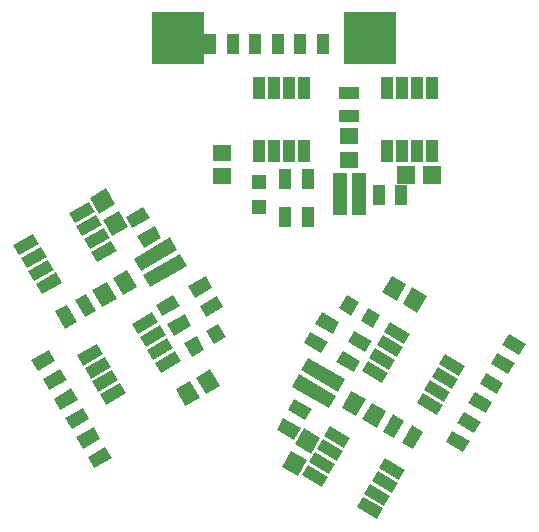
<source format=gbr>
G04 #@! TF.FileFunction,Soldermask,Top*
%FSLAX46Y46*%
G04 Gerber Fmt 4.6, Leading zero omitted, Abs format (unit mm)*
G04 Created by KiCad (PCBNEW 4.0.6) date 03/19/17 23:09:47*
%MOMM*%
%LPD*%
G01*
G04 APERTURE LIST*
%ADD10C,0.100000*%
%ADD11R,4.400000X4.400000*%
%ADD12R,1.000000X1.950000*%
%ADD13R,1.650000X1.400000*%
%ADD14R,1.100000X1.700000*%
%ADD15R,1.700000X1.100000*%
%ADD16R,1.600000X1.600000*%
%ADD17R,1.200000X3.600000*%
%ADD18R,1.300000X1.200000*%
G04 APERTURE END LIST*
D10*
D11*
X8128000Y20701000D03*
D10*
G36*
X-16162175Y-7019172D02*
X-16662175Y-6153146D01*
X-14973425Y-5178146D01*
X-14473425Y-6044172D01*
X-16162175Y-7019172D01*
X-16162175Y-7019172D01*
G37*
G36*
X-15527175Y-8119024D02*
X-16027175Y-7252998D01*
X-14338425Y-6277998D01*
X-13838425Y-7144024D01*
X-15527175Y-8119024D01*
X-15527175Y-8119024D01*
G37*
G36*
X-14892175Y-9218876D02*
X-15392175Y-8352850D01*
X-13703425Y-7377850D01*
X-13203425Y-8243876D01*
X-14892175Y-9218876D01*
X-14892175Y-9218876D01*
G37*
G36*
X-14257175Y-10318728D02*
X-14757175Y-9452702D01*
X-13068425Y-8477702D01*
X-12568425Y-9343728D01*
X-14257175Y-10318728D01*
X-14257175Y-10318728D01*
G37*
G36*
X-9580637Y-7618728D02*
X-10080637Y-6752702D01*
X-8391887Y-5777702D01*
X-7891887Y-6643728D01*
X-9580637Y-7618728D01*
X-9580637Y-7618728D01*
G37*
G36*
X-10215637Y-6518876D02*
X-10715637Y-5652850D01*
X-9026887Y-4677850D01*
X-8526887Y-5543876D01*
X-10215637Y-6518876D01*
X-10215637Y-6518876D01*
G37*
G36*
X-10850637Y-5419024D02*
X-11350637Y-4552998D01*
X-9661887Y-3577998D01*
X-9161887Y-4444024D01*
X-10850637Y-5419024D01*
X-10850637Y-5419024D01*
G37*
G36*
X-11485637Y-4319172D02*
X-11985637Y-3453146D01*
X-10296887Y-2478146D01*
X-9796887Y-3344172D01*
X-11485637Y-4319172D01*
X-11485637Y-4319172D01*
G37*
G36*
X14290489Y-10311501D02*
X13790489Y-11177527D01*
X12101739Y-10202527D01*
X12601739Y-9336501D01*
X14290489Y-10311501D01*
X14290489Y-10311501D01*
G37*
G36*
X14925489Y-9211649D02*
X14425489Y-10077675D01*
X12736739Y-9102675D01*
X13236739Y-8236649D01*
X14925489Y-9211649D01*
X14925489Y-9211649D01*
G37*
G36*
X15560489Y-8111797D02*
X15060489Y-8977823D01*
X13371739Y-8002823D01*
X13871739Y-7136797D01*
X15560489Y-8111797D01*
X15560489Y-8111797D01*
G37*
G36*
X16195489Y-7011945D02*
X15695489Y-7877971D01*
X14006739Y-6902971D01*
X14506739Y-6036945D01*
X16195489Y-7011945D01*
X16195489Y-7011945D01*
G37*
G36*
X11518951Y-4311945D02*
X11018951Y-5177971D01*
X9330201Y-4202971D01*
X9830201Y-3336945D01*
X11518951Y-4311945D01*
X11518951Y-4311945D01*
G37*
G36*
X10883951Y-5411797D02*
X10383951Y-6277823D01*
X8695201Y-5302823D01*
X9195201Y-4436797D01*
X10883951Y-5411797D01*
X10883951Y-5411797D01*
G37*
G36*
X10248951Y-6511649D02*
X9748951Y-7377675D01*
X8060201Y-6402675D01*
X8560201Y-5536649D01*
X10248951Y-6511649D01*
X10248951Y-6511649D01*
G37*
G36*
X9613951Y-7611501D02*
X9113951Y-8477527D01*
X7425201Y-7502527D01*
X7925201Y-6636501D01*
X9613951Y-7611501D01*
X9613951Y-7611501D01*
G37*
G36*
X9210489Y-19110319D02*
X8710489Y-19976345D01*
X7021739Y-19001345D01*
X7521739Y-18135319D01*
X9210489Y-19110319D01*
X9210489Y-19110319D01*
G37*
G36*
X9845489Y-18010467D02*
X9345489Y-18876493D01*
X7656739Y-17901493D01*
X8156739Y-17035467D01*
X9845489Y-18010467D01*
X9845489Y-18010467D01*
G37*
G36*
X10480489Y-16910615D02*
X9980489Y-17776641D01*
X8291739Y-16801641D01*
X8791739Y-15935615D01*
X10480489Y-16910615D01*
X10480489Y-16910615D01*
G37*
G36*
X11115489Y-15810763D02*
X10615489Y-16676789D01*
X8926739Y-15701789D01*
X9426739Y-14835763D01*
X11115489Y-15810763D01*
X11115489Y-15810763D01*
G37*
G36*
X6438951Y-13110763D02*
X5938951Y-13976789D01*
X4250201Y-13001789D01*
X4750201Y-12135763D01*
X6438951Y-13110763D01*
X6438951Y-13110763D01*
G37*
G36*
X5803951Y-14210615D02*
X5303951Y-15076641D01*
X3615201Y-14101641D01*
X4115201Y-13235615D01*
X5803951Y-14210615D01*
X5803951Y-14210615D01*
G37*
G36*
X5168951Y-15310467D02*
X4668951Y-16176493D01*
X2980201Y-15201493D01*
X3480201Y-14335467D01*
X5168951Y-15310467D01*
X5168951Y-15310467D01*
G37*
G36*
X4533951Y-16410319D02*
X4033951Y-17276345D01*
X2345201Y-16301345D01*
X2845201Y-15435319D01*
X4533951Y-16410319D01*
X4533951Y-16410319D01*
G37*
D12*
X2554900Y16527446D03*
X1284900Y16527446D03*
X14900Y16527446D03*
X-1255100Y16527446D03*
X-1255100Y11127446D03*
X14900Y11127446D03*
X1284900Y11127446D03*
X2554900Y11127446D03*
D10*
G36*
X-21559673Y2329571D02*
X-22059673Y3195597D01*
X-20370923Y4170597D01*
X-19870923Y3304571D01*
X-21559673Y2329571D01*
X-21559673Y2329571D01*
G37*
G36*
X-20924673Y1229719D02*
X-21424673Y2095745D01*
X-19735923Y3070745D01*
X-19235923Y2204719D01*
X-20924673Y1229719D01*
X-20924673Y1229719D01*
G37*
G36*
X-20289673Y129867D02*
X-20789673Y995893D01*
X-19100923Y1970893D01*
X-18600923Y1104867D01*
X-20289673Y129867D01*
X-20289673Y129867D01*
G37*
G36*
X-19654673Y-969985D02*
X-20154673Y-103959D01*
X-18465923Y871041D01*
X-17965923Y5015D01*
X-19654673Y-969985D01*
X-19654673Y-969985D01*
G37*
G36*
X-14978135Y1730015D02*
X-15478135Y2596041D01*
X-13789385Y3571041D01*
X-13289385Y2705015D01*
X-14978135Y1730015D01*
X-14978135Y1730015D01*
G37*
G36*
X-15613135Y2829867D02*
X-16113135Y3695893D01*
X-14424385Y4670893D01*
X-13924385Y3804867D01*
X-15613135Y2829867D01*
X-15613135Y2829867D01*
G37*
G36*
X-16248135Y3929719D02*
X-16748135Y4795745D01*
X-15059385Y5770745D01*
X-14559385Y4904719D01*
X-16248135Y3929719D01*
X-16248135Y3929719D01*
G37*
G36*
X-16883135Y5029571D02*
X-17383135Y5895597D01*
X-15694385Y6870597D01*
X-15194385Y6004571D01*
X-16883135Y5029571D01*
X-16883135Y5029571D01*
G37*
D12*
X13349899Y16527447D03*
X12079899Y16527447D03*
X10809899Y16527447D03*
X9539899Y16527447D03*
X9539899Y11127447D03*
X10809899Y11127447D03*
X12079899Y11127447D03*
X13349899Y11127447D03*
D10*
G36*
X-7497216Y-10457318D02*
X-8322216Y-9028376D01*
X-7109780Y-8328376D01*
X-6284780Y-9757318D01*
X-7497216Y-10457318D01*
X-7497216Y-10457318D01*
G37*
G36*
X-5765166Y-9457318D02*
X-6590166Y-8028376D01*
X-5377730Y-7328376D01*
X-4552730Y-8757318D01*
X-5765166Y-9457318D01*
X-5765166Y-9457318D01*
G37*
G36*
X-14544495Y-2061073D02*
X-15369495Y-632131D01*
X-14157059Y67869D01*
X-13332059Y-1361073D01*
X-14544495Y-2061073D01*
X-14544495Y-2061073D01*
G37*
G36*
X-12812445Y-1061073D02*
X-13637445Y367869D01*
X-12425009Y1067869D01*
X-11600009Y-361073D01*
X-12812445Y-1061073D01*
X-12812445Y-1061073D01*
G37*
D13*
X-4430101Y11017446D03*
X-4430101Y9017446D03*
X6350000Y12430000D03*
X6350000Y10430000D03*
D10*
G36*
X12935532Y-1088356D02*
X12110532Y-2517298D01*
X10898096Y-1817298D01*
X11723096Y-388356D01*
X12935532Y-1088356D01*
X12935532Y-1088356D01*
G37*
G36*
X11203482Y-88356D02*
X10378482Y-1517298D01*
X9166046Y-817298D01*
X9991046Y611644D01*
X11203482Y-88356D01*
X11203482Y-88356D01*
G37*
G36*
X9505310Y-10839674D02*
X8680310Y-12268616D01*
X7467874Y-11568616D01*
X8292874Y-10139674D01*
X9505310Y-10839674D01*
X9505310Y-10839674D01*
G37*
G36*
X7773260Y-9839674D02*
X6948260Y-11268616D01*
X5735824Y-10568616D01*
X6560824Y-9139674D01*
X7773260Y-9839674D01*
X7773260Y-9839674D01*
G37*
G36*
X-9998742Y-1884548D02*
X-8526498Y-1034548D01*
X-7976498Y-1987176D01*
X-9448742Y-2837176D01*
X-9998742Y-1884548D01*
X-9998742Y-1884548D01*
G37*
G36*
X-9048742Y-3529996D02*
X-7576498Y-2679996D01*
X-7026498Y-3632624D01*
X-8498742Y-4482624D01*
X-9048742Y-3529996D01*
X-9048742Y-3529996D01*
G37*
G36*
X-7249112Y-297047D02*
X-5776868Y552953D01*
X-5226868Y-399675D01*
X-6699112Y-1249675D01*
X-7249112Y-297047D01*
X-7249112Y-297047D01*
G37*
G36*
X-6299112Y-1942495D02*
X-4826868Y-1092495D01*
X-4276868Y-2045123D01*
X-5749112Y-2895123D01*
X-6299112Y-1942495D01*
X-6299112Y-1942495D01*
G37*
G36*
X-17658347Y-3887724D02*
X-18508347Y-2415480D01*
X-17555719Y-1865480D01*
X-16705719Y-3337724D01*
X-17658347Y-3887724D01*
X-17658347Y-3887724D01*
G37*
G36*
X-16012899Y-2937724D02*
X-16862899Y-1465480D01*
X-15910271Y-915480D01*
X-15060271Y-2387724D01*
X-16012899Y-2937724D01*
X-16012899Y-2937724D01*
G37*
G36*
X-18627413Y-9799252D02*
X-17155169Y-8949252D01*
X-16605169Y-9901880D01*
X-18077413Y-10751880D01*
X-18627413Y-9799252D01*
X-18627413Y-9799252D01*
G37*
G36*
X-17677413Y-11444700D02*
X-16205169Y-10594700D01*
X-15655169Y-11547328D01*
X-17127413Y-12397328D01*
X-17677413Y-11444700D01*
X-17677413Y-11444700D01*
G37*
G36*
X-16722413Y-13098808D02*
X-15250169Y-12248808D01*
X-14700169Y-13201436D01*
X-16172413Y-14051436D01*
X-16722413Y-13098808D01*
X-16722413Y-13098808D01*
G37*
G36*
X-15772413Y-14744256D02*
X-14300169Y-13894256D01*
X-13750169Y-14846884D01*
X-15222413Y-15696884D01*
X-15772413Y-14744256D01*
X-15772413Y-14744256D01*
G37*
G36*
X-20532413Y-6499695D02*
X-19060169Y-5649695D01*
X-18510169Y-6602323D01*
X-19982413Y-7452323D01*
X-20532413Y-6499695D01*
X-20532413Y-6499695D01*
G37*
G36*
X-19582413Y-8145143D02*
X-18110169Y-7295143D01*
X-17560169Y-8247771D01*
X-19032413Y-9097771D01*
X-19582413Y-8145143D01*
X-19582413Y-8145143D01*
G37*
D14*
X2869899Y8747447D03*
X969899Y8747447D03*
X2869899Y5572446D03*
X969899Y5572446D03*
D15*
X6350000Y16063000D03*
X6350000Y14163000D03*
D14*
X329899Y20177446D03*
X-1570101Y20177446D03*
X-3480101Y20177446D03*
X-5380101Y20177446D03*
X4139899Y20177446D03*
X2239899Y20177446D03*
D10*
G36*
X6762058Y-7541127D02*
X5289814Y-6691127D01*
X5839814Y-5738499D01*
X7312058Y-6588499D01*
X6762058Y-7541127D01*
X6762058Y-7541127D01*
G37*
G36*
X7712058Y-5895679D02*
X6239814Y-5045679D01*
X6789814Y-4093051D01*
X8262058Y-4943051D01*
X7712058Y-5895679D01*
X7712058Y-5895679D01*
G37*
G36*
X4012428Y-5953627D02*
X2540184Y-5103627D01*
X3090184Y-4150999D01*
X4562428Y-5000999D01*
X4012428Y-5953627D01*
X4012428Y-5953627D01*
G37*
G36*
X4962428Y-4308179D02*
X3490184Y-3458179D01*
X4040184Y-2505551D01*
X5512428Y-3355551D01*
X4962428Y-4308179D01*
X4962428Y-4308179D01*
G37*
G36*
X12644162Y-12623023D02*
X11794162Y-14095267D01*
X10841534Y-13545267D01*
X11691534Y-12073023D01*
X12644162Y-12623023D01*
X12644162Y-12623023D01*
G37*
G36*
X10998714Y-11673023D02*
X10148714Y-13145267D01*
X9196086Y-12595267D01*
X10046086Y-11123023D01*
X10998714Y-11673023D01*
X10998714Y-11673023D01*
G37*
G36*
X17930729Y-11056422D02*
X16458485Y-10206422D01*
X17008485Y-9253794D01*
X18480729Y-10103794D01*
X17930729Y-11056422D01*
X17930729Y-11056422D01*
G37*
G36*
X18880729Y-9410974D02*
X17408485Y-8560974D01*
X17958485Y-7608346D01*
X19430729Y-8458346D01*
X18880729Y-9410974D01*
X18880729Y-9410974D01*
G37*
G36*
X19835729Y-7756865D02*
X18363485Y-6906865D01*
X18913485Y-5954237D01*
X20385729Y-6804237D01*
X19835729Y-7756865D01*
X19835729Y-7756865D01*
G37*
G36*
X20785729Y-6111417D02*
X19313485Y-5261417D01*
X19863485Y-4308789D01*
X21335729Y-5158789D01*
X20785729Y-6111417D01*
X20785729Y-6111417D01*
G37*
G36*
X16025729Y-14355979D02*
X14553485Y-13505979D01*
X15103485Y-12553351D01*
X16575729Y-13403351D01*
X16025729Y-14355979D01*
X16025729Y-14355979D01*
G37*
G36*
X16975729Y-12710531D02*
X15503485Y-11860531D01*
X16053485Y-10907903D01*
X17525729Y-11757903D01*
X16975729Y-12710531D01*
X16975729Y-12710531D01*
G37*
D11*
X-8128000Y20701000D03*
D10*
G36*
X-12327180Y4723552D02*
X-13712820Y3923552D01*
X-14512820Y5309192D01*
X-13127180Y6109192D01*
X-12327180Y4723552D01*
X-12327180Y4723552D01*
G37*
G36*
X-13427180Y6628808D02*
X-14812820Y5828808D01*
X-15612820Y7214448D01*
X-14227180Y8014448D01*
X-13427180Y6628808D01*
X-13427180Y6628808D01*
G37*
D16*
X11155500Y9144000D03*
X13355500Y9144000D03*
D10*
G36*
X2543180Y-12305552D02*
X3928820Y-13105552D01*
X3128820Y-14491192D01*
X1743180Y-13691192D01*
X2543180Y-12305552D01*
X2543180Y-12305552D01*
G37*
G36*
X1443180Y-14210808D02*
X2828820Y-15010808D01*
X2028820Y-16396448D01*
X643180Y-15596448D01*
X1443180Y-14210808D01*
X1443180Y-14210808D01*
G37*
G36*
X-9562878Y3824962D02*
X-11035122Y2974962D01*
X-11585122Y3927590D01*
X-10112878Y4777590D01*
X-9562878Y3824962D01*
X-9562878Y3824962D01*
G37*
G36*
X-10512878Y5470410D02*
X-11985122Y4620410D01*
X-12535122Y5573038D01*
X-11062878Y6423038D01*
X-10512878Y5470410D01*
X-10512878Y5470410D01*
G37*
D14*
X8892500Y7429500D03*
X10792500Y7429500D03*
D10*
G36*
X1728378Y-9832962D02*
X3200622Y-10682962D01*
X2650622Y-11635590D01*
X1178378Y-10785590D01*
X1728378Y-9832962D01*
X1728378Y-9832962D01*
G37*
G36*
X778378Y-11478410D02*
X2250622Y-12328410D01*
X1700622Y-13281038D01*
X228378Y-12431038D01*
X778378Y-11478410D01*
X778378Y-11478410D01*
G37*
G36*
X-11894115Y2038333D02*
X-8776423Y3838333D01*
X-8176423Y2799103D01*
X-11294115Y999103D01*
X-11894115Y2038333D01*
X-11894115Y2038333D01*
G37*
G36*
X-11094115Y652693D02*
X-7976423Y2452693D01*
X-7376423Y1413463D01*
X-10494115Y-386537D01*
X-11094115Y652693D01*
X-11094115Y652693D01*
G37*
D17*
X7164899Y7477447D03*
X5564899Y7477447D03*
D10*
G36*
X4629930Y-10594080D02*
X1512238Y-8794080D01*
X2112238Y-7754850D01*
X5229930Y-9554850D01*
X4629930Y-10594080D01*
X4629930Y-10594080D01*
G37*
G36*
X5429930Y-9208440D02*
X2312238Y-7408440D01*
X2912238Y-6369210D01*
X6029930Y-8169210D01*
X5429930Y-9208440D01*
X5429930Y-9208440D01*
G37*
G36*
X-6929211Y-6261133D02*
X-7579211Y-5135299D01*
X-6539981Y-4535299D01*
X-5889981Y-5661133D01*
X-6929211Y-6261133D01*
X-6929211Y-6261133D01*
G37*
G36*
X-5110557Y-5211133D02*
X-5760557Y-4085299D01*
X-4721327Y-3485299D01*
X-4071327Y-4611133D01*
X-5110557Y-5211133D01*
X-5110557Y-5211133D01*
G37*
D18*
X-1255101Y8527446D03*
X-1255101Y6427446D03*
D10*
G36*
X9017526Y-2694541D02*
X8367526Y-3820375D01*
X7328296Y-3220375D01*
X7978296Y-2094541D01*
X9017526Y-2694541D01*
X9017526Y-2694541D01*
G37*
G36*
X7198872Y-1644541D02*
X6548872Y-2770375D01*
X5509642Y-2170375D01*
X6159642Y-1044541D01*
X7198872Y-1644541D01*
X7198872Y-1644541D01*
G37*
M02*

</source>
